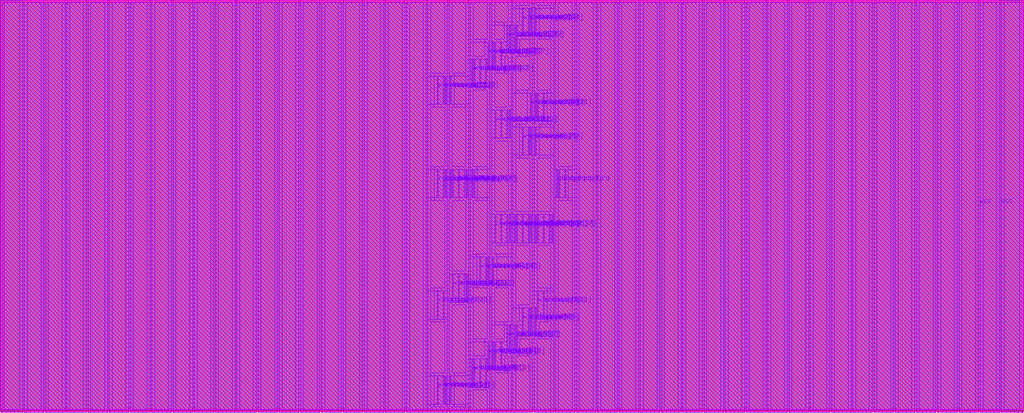
<source format=lef>
VERSION 5.8 ;
BUSBITCHARS "[]" ;
DIVIDERCHAR "/" ;

UNITS
  DATABASE MICRONS 4000 ;
END UNITS

PROPERTYDEFINITIONS
  MACRO hpml_layer STRING ;
  MACRO heml_layer STRING ;
END PROPERTYDEFINITIONS

MACRO arf030b256e1r1w0cbbeheaa4acw
  CLASS BLOCK ;
  FOREIGN arf030b256e1r1w0cbbeheaa4acw ;
  ORIGIN 0 0 ;
  SIZE 43.2 BY 17.28 ;
  PIN ckrdp0
    DIRECTION INPUT ;
    USE SIGNAL ;
    PORT
      LAYER m7 ;
        RECT 23.484 9 23.528 10.2 ;
    END
  END ckrdp0
  PIN ckwrp0
    DIRECTION INPUT ;
    USE SIGNAL ;
    PORT
      LAYER m7 ;
        RECT 20.872 7.08 20.916 8.28 ;
    END
  END ckwrp0
  PIN rdaddrp0[0]
    DIRECTION INPUT ;
    USE SIGNAL ;
    PORT
      LAYER m7 ;
        RECT 18.772 9 18.816 10.2 ;
    END
  END rdaddrp0[0]
  PIN rdaddrp0[1]
    DIRECTION INPUT ;
    USE SIGNAL ;
    PORT
      LAYER m7 ;
        RECT 18.984 9 19.028 10.2 ;
    END
  END rdaddrp0[1]
  PIN rdaddrp0[2]
    DIRECTION INPUT ;
    USE SIGNAL ;
    PORT
      LAYER m7 ;
        RECT 19.072 9 19.116 10.2 ;
    END
  END rdaddrp0[2]
  PIN rdaddrp0[3]
    DIRECTION INPUT ;
    USE SIGNAL ;
    PORT
      LAYER m7 ;
        RECT 19.328 9 19.372 10.2 ;
    END
  END rdaddrp0[3]
  PIN rdaddrp0[4]
    DIRECTION INPUT ;
    USE SIGNAL ;
    PORT
      LAYER m7 ;
        RECT 19.584 9 19.628 10.2 ;
    END
  END rdaddrp0[4]
  PIN rdaddrp0[5]
    DIRECTION INPUT ;
    USE SIGNAL ;
    PORT
      LAYER m7 ;
        RECT 19.672 9 19.716 10.2 ;
    END
  END rdaddrp0[5]
  PIN rdaddrp0[6]
    DIRECTION INPUT ;
    USE SIGNAL ;
    PORT
      LAYER m7 ;
        RECT 19.884 9 19.928 10.2 ;
    END
  END rdaddrp0[6]
  PIN rdaddrp0[7]
    DIRECTION INPUT ;
    USE SIGNAL ;
    PORT
      LAYER m7 ;
        RECT 19.972 9 20.016 10.2 ;
    END
  END rdaddrp0[7]
  PIN rdaddrp0_fd
    DIRECTION INPUT ;
    USE SIGNAL ;
    PORT
      LAYER m7 ;
        RECT 23.572 9 23.616 10.2 ;
    END
  END rdaddrp0_fd
  PIN rdaddrp0_rd
    DIRECTION INPUT ;
    USE SIGNAL ;
    PORT
      LAYER m7 ;
        RECT 23.828 9 23.872 10.2 ;
    END
  END rdaddrp0_rd
  PIN rdenp0
    DIRECTION INPUT ;
    USE SIGNAL ;
    PORT
      LAYER m7 ;
        RECT 18.428 9 18.472 10.2 ;
    END
  END rdenp0
  PIN sdl_initp0
    DIRECTION INPUT ;
    USE SIGNAL ;
    PORT
      LAYER m7 ;
        RECT 18.684 9 18.728 10.2 ;
    END
  END sdl_initp0
  PIN wraddrp0[0]
    DIRECTION INPUT ;
    USE SIGNAL ;
    PORT
      LAYER m7 ;
        RECT 22.028 7.08 22.072 8.28 ;
    END
  END wraddrp0[0]
  PIN wraddrp0[1]
    DIRECTION INPUT ;
    USE SIGNAL ;
    PORT
      LAYER m7 ;
        RECT 22.284 7.08 22.328 8.28 ;
    END
  END wraddrp0[1]
  PIN wraddrp0[2]
    DIRECTION INPUT ;
    USE SIGNAL ;
    PORT
      LAYER m7 ;
        RECT 22.372 7.08 22.416 8.28 ;
    END
  END wraddrp0[2]
  PIN wraddrp0[3]
    DIRECTION INPUT ;
    USE SIGNAL ;
    PORT
      LAYER m7 ;
        RECT 22.584 7.08 22.628 8.28 ;
    END
  END wraddrp0[3]
  PIN wraddrp0[4]
    DIRECTION INPUT ;
    USE SIGNAL ;
    PORT
      LAYER m7 ;
        RECT 22.672 7.08 22.716 8.28 ;
    END
  END wraddrp0[4]
  PIN wraddrp0[5]
    DIRECTION INPUT ;
    USE SIGNAL ;
    PORT
      LAYER m7 ;
        RECT 22.928 7.08 22.972 8.28 ;
    END
  END wraddrp0[5]
  PIN wraddrp0[6]
    DIRECTION INPUT ;
    USE SIGNAL ;
    PORT
      LAYER m7 ;
        RECT 23.184 7.08 23.228 8.28 ;
    END
  END wraddrp0[6]
  PIN wraddrp0[7]
    DIRECTION INPUT ;
    USE SIGNAL ;
    PORT
      LAYER m7 ;
        RECT 23.272 7.08 23.316 8.28 ;
    END
  END wraddrp0[7]
  PIN wraddrp0_fd
    DIRECTION INPUT ;
    USE SIGNAL ;
    PORT
      LAYER m7 ;
        RECT 21.128 7.08 21.172 8.28 ;
    END
  END wraddrp0_fd
  PIN wraddrp0_rd
    DIRECTION INPUT ;
    USE SIGNAL ;
    PORT
      LAYER m7 ;
        RECT 21.384 7.08 21.428 8.28 ;
    END
  END wraddrp0_rd
  PIN wrdatap0[0]
    DIRECTION INPUT ;
    USE SIGNAL ;
    PORT
      LAYER m7 ;
        RECT 18.428 0.24 18.472 1.44 ;
    END
  END wrdatap0[0]
  PIN wrdatap0[10]
    DIRECTION INPUT ;
    USE SIGNAL ;
    PORT
      LAYER m7 ;
        RECT 22.672 3.84 22.716 5.04 ;
    END
  END wrdatap0[10]
  PIN wrdatap0[11]
    DIRECTION INPUT ;
    USE SIGNAL ;
    PORT
      LAYER m7 ;
        RECT 22.928 3.84 22.972 5.04 ;
    END
  END wrdatap0[11]
  PIN wrdatap0[12]
    DIRECTION INPUT ;
    USE SIGNAL ;
    PORT
      LAYER m7 ;
        RECT 19.072 4.56 19.116 5.76 ;
    END
  END wrdatap0[12]
  PIN wrdatap0[13]
    DIRECTION INPUT ;
    USE SIGNAL ;
    PORT
      LAYER m7 ;
        RECT 19.328 4.56 19.372 5.76 ;
    END
  END wrdatap0[13]
  PIN wrdatap0[14]
    DIRECTION INPUT ;
    USE SIGNAL ;
    PORT
      LAYER m7 ;
        RECT 20.228 5.28 20.272 6.48 ;
    END
  END wrdatap0[14]
  PIN wrdatap0[15]
    DIRECTION INPUT ;
    USE SIGNAL ;
    PORT
      LAYER m7 ;
        RECT 20.484 5.28 20.528 6.48 ;
    END
  END wrdatap0[15]
  PIN wrdatap0[16]
    DIRECTION INPUT ;
    USE SIGNAL ;
    PORT
      LAYER m7 ;
        RECT 22.028 10.8 22.072 12 ;
    END
  END wrdatap0[16]
  PIN wrdatap0[17]
    DIRECTION INPUT ;
    USE SIGNAL ;
    PORT
      LAYER m7 ;
        RECT 22.284 10.8 22.328 12 ;
    END
  END wrdatap0[17]
  PIN wrdatap0[18]
    DIRECTION INPUT ;
    USE SIGNAL ;
    PORT
      LAYER m7 ;
        RECT 20.872 11.52 20.916 12.72 ;
    END
  END wrdatap0[18]
  PIN wrdatap0[19]
    DIRECTION INPUT ;
    USE SIGNAL ;
    PORT
      LAYER m7 ;
        RECT 21.128 11.52 21.172 12.72 ;
    END
  END wrdatap0[19]
  PIN wrdatap0[1]
    DIRECTION INPUT ;
    USE SIGNAL ;
    PORT
      LAYER m7 ;
        RECT 18.684 0.24 18.728 1.44 ;
    END
  END wrdatap0[1]
  PIN wrdatap0[20]
    DIRECTION INPUT ;
    USE SIGNAL ;
    PORT
      LAYER m7 ;
        RECT 22.372 12.24 22.416 13.44 ;
    END
  END wrdatap0[20]
  PIN wrdatap0[21]
    DIRECTION INPUT ;
    USE SIGNAL ;
    PORT
      LAYER m7 ;
        RECT 22.584 12.24 22.628 13.44 ;
    END
  END wrdatap0[21]
  PIN wrdatap0[22]
    DIRECTION INPUT ;
    USE SIGNAL ;
    PORT
      LAYER m7 ;
        RECT 18.428 12.96 18.472 14.16 ;
    END
  END wrdatap0[22]
  PIN wrdatap0[23]
    DIRECTION INPUT ;
    USE SIGNAL ;
    PORT
      LAYER m7 ;
        RECT 18.684 12.96 18.728 14.16 ;
    END
  END wrdatap0[23]
  PIN wrdatap0[24]
    DIRECTION INPUT ;
    USE SIGNAL ;
    PORT
      LAYER m7 ;
        RECT 19.884 13.68 19.928 14.88 ;
    END
  END wrdatap0[24]
  PIN wrdatap0[25]
    DIRECTION INPUT ;
    USE SIGNAL ;
    PORT
      LAYER m7 ;
        RECT 19.972 13.68 20.016 14.88 ;
    END
  END wrdatap0[25]
  PIN wrdatap0[26]
    DIRECTION INPUT ;
    USE SIGNAL ;
    PORT
      LAYER m7 ;
        RECT 20.572 14.4 20.616 15.6 ;
    END
  END wrdatap0[26]
  PIN wrdatap0[27]
    DIRECTION INPUT ;
    USE SIGNAL ;
    PORT
      LAYER m7 ;
        RECT 20.784 14.4 20.828 15.6 ;
    END
  END wrdatap0[27]
  PIN wrdatap0[28]
    DIRECTION INPUT ;
    USE SIGNAL ;
    PORT
      LAYER m7 ;
        RECT 21.384 15.12 21.428 16.32 ;
    END
  END wrdatap0[28]
  PIN wrdatap0[29]
    DIRECTION INPUT ;
    USE SIGNAL ;
    PORT
      LAYER m7 ;
        RECT 21.472 15.12 21.516 16.32 ;
    END
  END wrdatap0[29]
  PIN wrdatap0[2]
    DIRECTION INPUT ;
    USE SIGNAL ;
    PORT
      LAYER m7 ;
        RECT 19.884 0.96 19.928 2.16 ;
    END
  END wrdatap0[2]
  PIN wrdatap0[30]
    DIRECTION INPUT ;
    USE SIGNAL ;
    PORT
      LAYER m7 ;
        RECT 22.028 15.84 22.072 17.04 ;
    END
  END wrdatap0[30]
  PIN wrdatap0[31]
    DIRECTION INPUT ;
    USE SIGNAL ;
    PORT
      LAYER m7 ;
        RECT 22.284 15.84 22.328 17.04 ;
    END
  END wrdatap0[31]
  PIN wrdatap0[3]
    DIRECTION INPUT ;
    USE SIGNAL ;
    PORT
      LAYER m7 ;
        RECT 19.972 0.96 20.016 2.16 ;
    END
  END wrdatap0[3]
  PIN wrdatap0[4]
    DIRECTION INPUT ;
    USE SIGNAL ;
    PORT
      LAYER m7 ;
        RECT 20.572 1.68 20.616 2.88 ;
    END
  END wrdatap0[4]
  PIN wrdatap0[5]
    DIRECTION INPUT ;
    USE SIGNAL ;
    PORT
      LAYER m7 ;
        RECT 20.784 1.68 20.828 2.88 ;
    END
  END wrdatap0[5]
  PIN wrdatap0[6]
    DIRECTION INPUT ;
    USE SIGNAL ;
    PORT
      LAYER m7 ;
        RECT 21.384 2.4 21.428 3.6 ;
    END
  END wrdatap0[6]
  PIN wrdatap0[7]
    DIRECTION INPUT ;
    USE SIGNAL ;
    PORT
      LAYER m7 ;
        RECT 21.472 2.4 21.516 3.6 ;
    END
  END wrdatap0[7]
  PIN wrdatap0[8]
    DIRECTION INPUT ;
    USE SIGNAL ;
    PORT
      LAYER m7 ;
        RECT 22.028 3.12 22.072 4.32 ;
    END
  END wrdatap0[8]
  PIN wrdatap0[9]
    DIRECTION INPUT ;
    USE SIGNAL ;
    PORT
      LAYER m7 ;
        RECT 22.284 3.12 22.328 4.32 ;
    END
  END wrdatap0[9]
  PIN wrdatap0_fd
    DIRECTION INPUT ;
    USE SIGNAL ;
    PORT
      LAYER m7 ;
        RECT 21.684 7.08 21.728 8.28 ;
    END
  END wrdatap0_fd
  PIN wrdatap0_rd
    DIRECTION INPUT ;
    USE SIGNAL ;
    PORT
      LAYER m7 ;
        RECT 21.772 7.08 21.816 8.28 ;
    END
  END wrdatap0_rd
  PIN wrenp0
    DIRECTION INPUT ;
    USE SIGNAL ;
    PORT
      LAYER m7 ;
        RECT 21.472 7.08 21.516 8.28 ;
    END
  END wrenp0
  PIN rddatap0[0]
    DIRECTION OUTPUT ;
    USE SIGNAL ;
    PORT
      LAYER m7 ;
        RECT 18.772 0.24 18.816 1.44 ;
    END
  END rddatap0[0]
  PIN rddatap0[10]
    DIRECTION OUTPUT ;
    USE SIGNAL ;
    PORT
      LAYER m7 ;
        RECT 18.428 3.84 18.472 5.04 ;
    END
  END rddatap0[10]
  PIN rddatap0[11]
    DIRECTION OUTPUT ;
    USE SIGNAL ;
    PORT
      LAYER m7 ;
        RECT 18.684 3.84 18.728 5.04 ;
    END
  END rddatap0[11]
  PIN rddatap0[12]
    DIRECTION OUTPUT ;
    USE SIGNAL ;
    PORT
      LAYER m7 ;
        RECT 19.584 4.56 19.628 5.76 ;
    END
  END rddatap0[12]
  PIN rddatap0[13]
    DIRECTION OUTPUT ;
    USE SIGNAL ;
    PORT
      LAYER m7 ;
        RECT 19.672 4.56 19.716 5.76 ;
    END
  END rddatap0[13]
  PIN rddatap0[14]
    DIRECTION OUTPUT ;
    USE SIGNAL ;
    PORT
      LAYER m7 ;
        RECT 20.572 5.28 20.616 6.48 ;
    END
  END rddatap0[14]
  PIN rddatap0[15]
    DIRECTION OUTPUT ;
    USE SIGNAL ;
    PORT
      LAYER m7 ;
        RECT 20.784 5.28 20.828 6.48 ;
    END
  END rddatap0[15]
  PIN rddatap0[16]
    DIRECTION OUTPUT ;
    USE SIGNAL ;
    PORT
      LAYER m7 ;
        RECT 22.372 10.8 22.416 12 ;
    END
  END rddatap0[16]
  PIN rddatap0[17]
    DIRECTION OUTPUT ;
    USE SIGNAL ;
    PORT
      LAYER m7 ;
        RECT 22.584 10.8 22.628 12 ;
    END
  END rddatap0[17]
  PIN rddatap0[18]
    DIRECTION OUTPUT ;
    USE SIGNAL ;
    PORT
      LAYER m7 ;
        RECT 21.384 11.52 21.428 12.72 ;
    END
  END rddatap0[18]
  PIN rddatap0[19]
    DIRECTION OUTPUT ;
    USE SIGNAL ;
    PORT
      LAYER m7 ;
        RECT 21.472 11.52 21.516 12.72 ;
    END
  END rddatap0[19]
  PIN rddatap0[1]
    DIRECTION OUTPUT ;
    USE SIGNAL ;
    PORT
      LAYER m7 ;
        RECT 18.984 0.24 19.028 1.44 ;
    END
  END rddatap0[1]
  PIN rddatap0[20]
    DIRECTION OUTPUT ;
    USE SIGNAL ;
    PORT
      LAYER m7 ;
        RECT 22.672 12.24 22.716 13.44 ;
    END
  END rddatap0[20]
  PIN rddatap0[21]
    DIRECTION OUTPUT ;
    USE SIGNAL ;
    PORT
      LAYER m7 ;
        RECT 22.928 12.24 22.972 13.44 ;
    END
  END rddatap0[21]
  PIN rddatap0[22]
    DIRECTION OUTPUT ;
    USE SIGNAL ;
    PORT
      LAYER m7 ;
        RECT 18.772 12.96 18.816 14.16 ;
    END
  END rddatap0[22]
  PIN rddatap0[23]
    DIRECTION OUTPUT ;
    USE SIGNAL ;
    PORT
      LAYER m7 ;
        RECT 18.984 12.96 19.028 14.16 ;
    END
  END rddatap0[23]
  PIN rddatap0[24]
    DIRECTION OUTPUT ;
    USE SIGNAL ;
    PORT
      LAYER m7 ;
        RECT 20.228 13.68 20.272 14.88 ;
    END
  END rddatap0[24]
  PIN rddatap0[25]
    DIRECTION OUTPUT ;
    USE SIGNAL ;
    PORT
      LAYER m7 ;
        RECT 20.484 13.68 20.528 14.88 ;
    END
  END rddatap0[25]
  PIN rddatap0[26]
    DIRECTION OUTPUT ;
    USE SIGNAL ;
    PORT
      LAYER m7 ;
        RECT 20.872 14.4 20.916 15.6 ;
    END
  END rddatap0[26]
  PIN rddatap0[27]
    DIRECTION OUTPUT ;
    USE SIGNAL ;
    PORT
      LAYER m7 ;
        RECT 21.128 14.4 21.172 15.6 ;
    END
  END rddatap0[27]
  PIN rddatap0[28]
    DIRECTION OUTPUT ;
    USE SIGNAL ;
    PORT
      LAYER m7 ;
        RECT 21.684 15.12 21.728 16.32 ;
    END
  END rddatap0[28]
  PIN rddatap0[29]
    DIRECTION OUTPUT ;
    USE SIGNAL ;
    PORT
      LAYER m7 ;
        RECT 21.772 15.12 21.816 16.32 ;
    END
  END rddatap0[29]
  PIN rddatap0[2]
    DIRECTION OUTPUT ;
    USE SIGNAL ;
    PORT
      LAYER m7 ;
        RECT 20.228 0.96 20.272 2.16 ;
    END
  END rddatap0[2]
  PIN rddatap0[30]
    DIRECTION OUTPUT ;
    USE SIGNAL ;
    PORT
      LAYER m7 ;
        RECT 22.372 15.84 22.416 17.04 ;
    END
  END rddatap0[30]
  PIN rddatap0[31]
    DIRECTION OUTPUT ;
    USE SIGNAL ;
    PORT
      LAYER m7 ;
        RECT 22.584 15.84 22.628 17.04 ;
    END
  END rddatap0[31]
  PIN rddatap0[3]
    DIRECTION OUTPUT ;
    USE SIGNAL ;
    PORT
      LAYER m7 ;
        RECT 20.484 0.96 20.528 2.16 ;
    END
  END rddatap0[3]
  PIN rddatap0[4]
    DIRECTION OUTPUT ;
    USE SIGNAL ;
    PORT
      LAYER m7 ;
        RECT 20.872 1.68 20.916 2.88 ;
    END
  END rddatap0[4]
  PIN rddatap0[5]
    DIRECTION OUTPUT ;
    USE SIGNAL ;
    PORT
      LAYER m7 ;
        RECT 21.128 1.68 21.172 2.88 ;
    END
  END rddatap0[5]
  PIN rddatap0[6]
    DIRECTION OUTPUT ;
    USE SIGNAL ;
    PORT
      LAYER m7 ;
        RECT 21.684 2.4 21.728 3.6 ;
    END
  END rddatap0[6]
  PIN rddatap0[7]
    DIRECTION OUTPUT ;
    USE SIGNAL ;
    PORT
      LAYER m7 ;
        RECT 21.772 2.4 21.816 3.6 ;
    END
  END rddatap0[7]
  PIN rddatap0[8]
    DIRECTION OUTPUT ;
    USE SIGNAL ;
    PORT
      LAYER m7 ;
        RECT 22.372 3.12 22.416 4.32 ;
    END
  END rddatap0[8]
  PIN rddatap0[9]
    DIRECTION OUTPUT ;
    USE SIGNAL ;
    PORT
      LAYER m7 ;
        RECT 22.584 3.12 22.628 4.32 ;
    END
  END rddatap0[9]
  PIN vcc
    DIRECTION INPUT ;
    USE POWER ;
    PORT
      LAYER m7 ;
        RECT 0.862 0.06 0.938 17.22 ;
        RECT 2.662 0.06 2.738 17.22 ;
        RECT 4.462 0.06 4.538 17.22 ;
        RECT 6.262 0.06 6.338 17.22 ;
        RECT 8.062 0.06 8.138 17.22 ;
        RECT 9.862 0.06 9.938 17.22 ;
        RECT 11.662 0.06 11.738 17.22 ;
        RECT 13.462 0.06 13.538 17.22 ;
        RECT 15.262 0.06 15.338 17.22 ;
        RECT 17.062 0.06 17.138 17.22 ;
        RECT 18.862 0.06 18.938 17.22 ;
        RECT 20.662 0.06 20.738 17.22 ;
        RECT 22.462 0.06 22.538 17.22 ;
        RECT 24.262 0.06 24.338 17.22 ;
        RECT 26.062 0.06 26.138 17.22 ;
        RECT 27.862 0.06 27.938 17.22 ;
        RECT 29.662 0.06 29.738 17.22 ;
        RECT 31.462 0.06 31.538 17.22 ;
        RECT 33.262 0.06 33.338 17.22 ;
        RECT 35.062 0.06 35.138 17.22 ;
        RECT 36.862 0.06 36.938 17.22 ;
        RECT 38.662 0.06 38.738 17.22 ;
        RECT 40.462 0.06 40.538 17.22 ;
        RECT 42.262 0.06 42.338 17.22 ;
    END
  END vcc
  PIN vss
    DIRECTION INOUT ;
    USE GROUND ;
    PORT
      LAYER m7 ;
        RECT 1.762 0.06 1.838 17.22 ;
        RECT 3.562 0.06 3.638 17.22 ;
        RECT 5.362 0.06 5.438 17.22 ;
        RECT 7.162 0.06 7.238 17.22 ;
        RECT 8.962 0.06 9.038 17.22 ;
        RECT 10.762 0.06 10.838 17.22 ;
        RECT 12.562 0.06 12.638 17.22 ;
        RECT 14.362 0.06 14.438 17.22 ;
        RECT 16.162 0.06 16.238 17.22 ;
        RECT 17.962 0.06 18.038 17.22 ;
        RECT 19.762 0.06 19.838 17.22 ;
        RECT 21.562 0.06 21.638 17.22 ;
        RECT 23.362 0.06 23.438 17.22 ;
        RECT 25.162 0.06 25.238 17.22 ;
        RECT 26.962 0.06 27.038 17.22 ;
        RECT 28.762 0.06 28.838 17.22 ;
        RECT 30.562 0.06 30.638 17.22 ;
        RECT 32.362 0.06 32.438 17.22 ;
        RECT 34.162 0.06 34.238 17.22 ;
        RECT 35.962 0.06 36.038 17.22 ;
        RECT 37.762 0.06 37.838 17.22 ;
        RECT 39.562 0.06 39.638 17.22 ;
        RECT 41.362 0.06 41.438 17.22 ;
    END
  END vss
  OBS
    LAYER m0 SPACING 0 ;
      RECT -0.016 -0.014 43.216 17.294 ;
    LAYER m1 SPACING 0 ;
      RECT -0.02 -0.02 43.22 17.3 ;
    LAYER m2 SPACING 0 ;
      RECT -0.0705 -0.038 43.2705 17.318 ;
    LAYER m3 SPACING 0 ;
      RECT -0.035 -0.07 43.235 17.35 ;
    LAYER m4 SPACING 0 ;
      RECT -0.07 -0.038 43.27 17.318 ;
    LAYER m5 SPACING 0 ;
      RECT -0.059 -0.09 43.259 17.37 ;
    LAYER m6 SPACING 0 ;
      RECT -0.09 -0.062 43.29 17.342 ;
    LAYER m7 SPACING 0 ;
      RECT 42.338 17.34 43.24 17.4 ;
      RECT 42.338 -0.06 43.292 17.34 ;
      RECT 42.338 -0.12 43.24 -0.06 ;
      RECT 41.438 -0.12 42.262 17.4 ;
      RECT 40.538 -0.12 41.362 17.4 ;
      RECT 39.638 -0.12 40.462 17.4 ;
      RECT 38.738 -0.12 39.562 17.4 ;
      RECT 37.838 -0.12 38.662 17.4 ;
      RECT 36.938 -0.12 37.762 17.4 ;
      RECT 36.038 -0.12 36.862 17.4 ;
      RECT 35.138 -0.12 35.962 17.4 ;
      RECT 34.238 -0.12 35.062 17.4 ;
      RECT 33.338 -0.12 34.162 17.4 ;
      RECT 32.438 -0.12 33.262 17.4 ;
      RECT 31.538 -0.12 32.362 17.4 ;
      RECT 30.638 -0.12 31.462 17.4 ;
      RECT 29.738 -0.12 30.562 17.4 ;
      RECT 28.838 -0.12 29.662 17.4 ;
      RECT 27.938 -0.12 28.762 17.4 ;
      RECT 27.038 -0.12 27.862 17.4 ;
      RECT 26.138 -0.12 26.962 17.4 ;
      RECT 25.238 -0.12 26.062 17.4 ;
      RECT 24.338 -0.12 25.162 17.4 ;
      RECT 23.438 10.2 24.262 17.4 ;
      RECT 23.438 9 23.484 10.2 ;
      RECT 23.528 9 23.572 10.2 ;
      RECT 23.616 9 23.828 10.2 ;
      RECT 23.872 9 24.262 10.2 ;
      RECT 23.438 -0.12 24.262 9 ;
      RECT 22.538 17.04 23.362 17.4 ;
      RECT 22.538 15.84 22.584 17.04 ;
      RECT 22.628 15.84 23.362 17.04 ;
      RECT 22.538 13.44 23.362 15.84 ;
      RECT 22.538 12.24 22.584 13.44 ;
      RECT 22.628 12.24 22.672 13.44 ;
      RECT 22.716 12.24 22.928 13.44 ;
      RECT 22.972 12.24 23.362 13.44 ;
      RECT 22.538 12 23.362 12.24 ;
      RECT 22.538 10.8 22.584 12 ;
      RECT 22.628 10.8 23.362 12 ;
      RECT 22.538 8.28 23.362 10.8 ;
      RECT 22.538 7.08 22.584 8.28 ;
      RECT 22.628 7.08 22.672 8.28 ;
      RECT 22.716 7.08 22.928 8.28 ;
      RECT 22.972 7.08 23.184 8.28 ;
      RECT 23.228 7.08 23.272 8.28 ;
      RECT 23.316 7.08 23.362 8.28 ;
      RECT 22.538 5.04 23.362 7.08 ;
      RECT 22.538 4.32 22.672 5.04 ;
      RECT 22.716 3.84 22.928 5.04 ;
      RECT 22.972 3.84 23.362 5.04 ;
      RECT 22.628 3.84 22.672 4.32 ;
      RECT 22.538 3.12 22.584 4.32 ;
      RECT 22.628 3.12 23.362 3.84 ;
      RECT 22.538 -0.12 23.362 3.12 ;
      RECT 21.638 17.04 22.462 17.4 ;
      RECT 21.638 16.32 22.028 17.04 ;
      RECT 22.072 15.84 22.284 17.04 ;
      RECT 22.328 15.84 22.372 17.04 ;
      RECT 22.416 15.84 22.462 17.04 ;
      RECT 21.816 15.84 22.028 16.32 ;
      RECT 21.638 15.12 21.684 16.32 ;
      RECT 21.728 15.12 21.772 16.32 ;
      RECT 21.816 15.12 22.462 15.84 ;
      RECT 21.638 13.44 22.462 15.12 ;
      RECT 21.638 12.24 22.372 13.44 ;
      RECT 22.416 12.24 22.462 13.44 ;
      RECT 21.638 12 22.462 12.24 ;
      RECT 21.638 10.8 22.028 12 ;
      RECT 22.072 10.8 22.284 12 ;
      RECT 22.328 10.8 22.372 12 ;
      RECT 22.416 10.8 22.462 12 ;
      RECT 21.638 8.28 22.462 10.8 ;
      RECT 21.638 7.08 21.684 8.28 ;
      RECT 21.728 7.08 21.772 8.28 ;
      RECT 21.816 7.08 22.028 8.28 ;
      RECT 22.072 7.08 22.284 8.28 ;
      RECT 22.328 7.08 22.372 8.28 ;
      RECT 22.416 7.08 22.462 8.28 ;
      RECT 21.638 4.32 22.462 7.08 ;
      RECT 21.638 3.6 22.028 4.32 ;
      RECT 22.072 3.12 22.284 4.32 ;
      RECT 22.328 3.12 22.372 4.32 ;
      RECT 22.416 3.12 22.462 4.32 ;
      RECT 21.816 3.12 22.028 3.6 ;
      RECT 21.638 2.4 21.684 3.6 ;
      RECT 21.728 2.4 21.772 3.6 ;
      RECT 21.816 2.4 22.462 3.12 ;
      RECT 21.638 -0.12 22.462 2.4 ;
      RECT 20.738 16.32 21.562 17.4 ;
      RECT 20.738 15.6 21.384 16.32 ;
      RECT 21.428 15.12 21.472 16.32 ;
      RECT 21.516 15.12 21.562 16.32 ;
      RECT 21.172 15.12 21.384 15.6 ;
      RECT 20.738 14.4 20.784 15.6 ;
      RECT 20.828 14.4 20.872 15.6 ;
      RECT 20.916 14.4 21.128 15.6 ;
      RECT 21.172 14.4 21.562 15.12 ;
      RECT 20.738 12.72 21.562 14.4 ;
      RECT 20.738 11.52 20.872 12.72 ;
      RECT 20.916 11.52 21.128 12.72 ;
      RECT 21.172 11.52 21.384 12.72 ;
      RECT 21.428 11.52 21.472 12.72 ;
      RECT 21.516 11.52 21.562 12.72 ;
      RECT 20.738 8.28 21.562 11.52 ;
      RECT 20.738 7.08 20.872 8.28 ;
      RECT 20.916 7.08 21.128 8.28 ;
      RECT 21.172 7.08 21.384 8.28 ;
      RECT 21.428 7.08 21.472 8.28 ;
      RECT 21.516 7.08 21.562 8.28 ;
      RECT 20.738 6.48 21.562 7.08 ;
      RECT 20.738 5.28 20.784 6.48 ;
      RECT 20.828 5.28 21.562 6.48 ;
      RECT 20.738 3.6 21.562 5.28 ;
      RECT 20.738 2.88 21.384 3.6 ;
      RECT 21.428 2.4 21.472 3.6 ;
      RECT 21.516 2.4 21.562 3.6 ;
      RECT 21.172 2.4 21.384 2.88 ;
      RECT 20.738 1.68 20.784 2.88 ;
      RECT 20.828 1.68 20.872 2.88 ;
      RECT 20.916 1.68 21.128 2.88 ;
      RECT 21.172 1.68 21.562 2.4 ;
      RECT 20.738 -0.12 21.562 1.68 ;
      RECT 19.838 15.6 20.662 17.4 ;
      RECT 19.838 14.88 20.572 15.6 ;
      RECT 20.616 14.4 20.662 15.6 ;
      RECT 20.528 14.4 20.572 14.88 ;
      RECT 19.838 13.68 19.884 14.88 ;
      RECT 19.928 13.68 19.972 14.88 ;
      RECT 20.016 13.68 20.228 14.88 ;
      RECT 20.272 13.68 20.484 14.88 ;
      RECT 20.528 13.68 20.662 14.4 ;
      RECT 19.838 10.2 20.662 13.68 ;
      RECT 19.838 9 19.884 10.2 ;
      RECT 19.928 9 19.972 10.2 ;
      RECT 20.016 9 20.662 10.2 ;
      RECT 19.838 6.48 20.662 9 ;
      RECT 19.838 5.28 20.228 6.48 ;
      RECT 20.272 5.28 20.484 6.48 ;
      RECT 20.528 5.28 20.572 6.48 ;
      RECT 20.616 5.28 20.662 6.48 ;
      RECT 19.838 2.88 20.662 5.28 ;
      RECT 19.838 2.16 20.572 2.88 ;
      RECT 20.616 1.68 20.662 2.88 ;
      RECT 20.528 1.68 20.572 2.16 ;
      RECT 19.838 0.96 19.884 2.16 ;
      RECT 19.928 0.96 19.972 2.16 ;
      RECT 20.016 0.96 20.228 2.16 ;
      RECT 20.272 0.96 20.484 2.16 ;
      RECT 20.528 0.96 20.662 1.68 ;
      RECT 19.838 -0.12 20.662 0.96 ;
      RECT 18.938 14.16 19.762 17.4 ;
      RECT 18.938 12.96 18.984 14.16 ;
      RECT 19.028 12.96 19.762 14.16 ;
      RECT 18.938 10.2 19.762 12.96 ;
      RECT 18.938 9 18.984 10.2 ;
      RECT 19.028 9 19.072 10.2 ;
      RECT 19.116 9 19.328 10.2 ;
      RECT 19.372 9 19.584 10.2 ;
      RECT 19.628 9 19.672 10.2 ;
      RECT 19.716 9 19.762 10.2 ;
      RECT 18.938 5.76 19.762 9 ;
      RECT 18.938 4.56 19.072 5.76 ;
      RECT 19.116 4.56 19.328 5.76 ;
      RECT 19.372 4.56 19.584 5.76 ;
      RECT 19.628 4.56 19.672 5.76 ;
      RECT 19.716 4.56 19.762 5.76 ;
      RECT 18.938 1.44 19.762 4.56 ;
      RECT 18.938 0.24 18.984 1.44 ;
      RECT 19.028 0.24 19.762 1.44 ;
      RECT 18.938 -0.12 19.762 0.24 ;
      RECT 18.038 14.16 18.862 17.4 ;
      RECT 18.038 12.96 18.428 14.16 ;
      RECT 18.472 12.96 18.684 14.16 ;
      RECT 18.728 12.96 18.772 14.16 ;
      RECT 18.816 12.96 18.862 14.16 ;
      RECT 18.038 10.2 18.862 12.96 ;
      RECT 18.038 9 18.428 10.2 ;
      RECT 18.472 9 18.684 10.2 ;
      RECT 18.728 9 18.772 10.2 ;
      RECT 18.816 9 18.862 10.2 ;
      RECT 18.038 5.04 18.862 9 ;
      RECT 18.038 3.84 18.428 5.04 ;
      RECT 18.472 3.84 18.684 5.04 ;
      RECT 18.728 3.84 18.862 5.04 ;
      RECT 18.038 1.44 18.862 3.84 ;
      RECT 18.038 0.24 18.428 1.44 ;
      RECT 18.472 0.24 18.684 1.44 ;
      RECT 18.728 0.24 18.772 1.44 ;
      RECT 18.816 0.24 18.862 1.44 ;
      RECT 18.038 -0.12 18.862 0.24 ;
      RECT 17.138 -0.12 17.962 17.4 ;
      RECT 16.238 -0.12 17.062 17.4 ;
      RECT 15.338 -0.12 16.162 17.4 ;
      RECT 14.438 -0.12 15.262 17.4 ;
      RECT 13.538 -0.12 14.362 17.4 ;
      RECT 12.638 -0.12 13.462 17.4 ;
      RECT 11.738 -0.12 12.562 17.4 ;
      RECT 10.838 -0.12 11.662 17.4 ;
      RECT 9.938 -0.12 10.762 17.4 ;
      RECT 9.038 -0.12 9.862 17.4 ;
      RECT 8.138 -0.12 8.962 17.4 ;
      RECT 7.238 -0.12 8.062 17.4 ;
      RECT 6.338 -0.12 7.162 17.4 ;
      RECT 5.438 -0.12 6.262 17.4 ;
      RECT 4.538 -0.12 5.362 17.4 ;
      RECT 3.638 -0.12 4.462 17.4 ;
      RECT 2.738 -0.12 3.562 17.4 ;
      RECT 1.838 -0.12 2.662 17.4 ;
      RECT 0.938 -0.12 1.762 17.4 ;
      RECT -0.04 17.34 0.862 17.4 ;
      RECT -0.092 -0.06 0.862 17.34 ;
      RECT -0.04 -0.12 0.862 -0.06 ;
    LAYER m7 ;
      RECT 42.458 0 43.12 17.28 ;
      RECT 41.558 0 42.142 17.28 ;
      RECT 40.658 0 41.242 17.28 ;
      RECT 39.758 0 40.342 17.28 ;
      RECT 38.858 0 39.442 17.28 ;
      RECT 37.958 0 38.542 17.28 ;
      RECT 37.058 0 37.642 17.28 ;
      RECT 36.158 0 36.742 17.28 ;
      RECT 35.258 0 35.842 17.28 ;
      RECT 34.358 0 34.942 17.28 ;
      RECT 33.458 0 34.042 17.28 ;
      RECT 32.558 0 33.142 17.28 ;
      RECT 31.658 0 32.242 17.28 ;
      RECT 30.758 0 31.342 17.28 ;
      RECT 29.858 0 30.442 17.28 ;
      RECT 28.958 0 29.542 17.28 ;
      RECT 28.058 0 28.642 17.28 ;
      RECT 27.158 0 27.742 17.28 ;
      RECT 26.258 0 26.842 17.28 ;
      RECT 25.358 0 25.942 17.28 ;
      RECT 24.458 0 25.042 17.28 ;
      RECT 23.558 10.32 24.142 17.28 ;
      RECT 23.992 8.88 24.142 10.32 ;
      RECT 23.558 0 24.142 8.88 ;
      RECT 22.658 17.16 23.242 17.28 ;
      RECT 22.748 15.72 23.242 17.16 ;
      RECT 22.658 13.56 23.242 15.72 ;
      RECT 23.092 12.12 23.242 13.56 ;
      RECT 22.748 10.68 23.242 12.12 ;
      RECT 22.658 8.4 23.242 10.68 ;
      RECT 21.758 17.16 22.342 17.28 ;
      RECT 21.758 16.44 21.908 17.16 ;
      RECT 20.858 16.44 21.442 17.28 ;
      RECT 20.858 15.72 21.264 16.44 ;
      RECT 19.958 15.72 20.542 17.28 ;
      RECT 19.958 15 20.452 15.72 ;
      RECT 19.058 14.28 19.642 17.28 ;
      RECT 19.148 12.84 19.642 14.28 ;
      RECT 19.058 10.32 19.642 12.84 ;
      RECT 18.158 14.28 18.742 17.28 ;
      RECT 18.158 12.84 18.308 14.28 ;
      RECT 18.158 10.32 18.742 12.84 ;
      RECT 18.158 8.88 18.308 10.32 ;
      RECT 18.158 5.16 18.742 8.88 ;
      RECT 18.158 3.72 18.308 5.16 ;
      RECT 18.158 1.56 18.742 3.72 ;
      RECT 18.158 0.12 18.308 1.56 ;
      RECT 18.158 0 18.742 0.12 ;
      RECT 17.258 0 17.842 17.28 ;
      RECT 16.358 0 16.942 17.28 ;
      RECT 15.458 0 16.042 17.28 ;
      RECT 14.558 0 15.142 17.28 ;
      RECT 13.658 0 14.242 17.28 ;
      RECT 12.758 0 13.342 17.28 ;
      RECT 11.858 0 12.442 17.28 ;
      RECT 10.958 0 11.542 17.28 ;
      RECT 10.058 0 10.642 17.28 ;
      RECT 9.158 0 9.742 17.28 ;
      RECT 8.258 0 8.842 17.28 ;
      RECT 7.358 0 7.942 17.28 ;
      RECT 6.458 0 7.042 17.28 ;
      RECT 5.558 0 6.142 17.28 ;
      RECT 4.658 0 5.242 17.28 ;
      RECT 3.758 0 4.342 17.28 ;
      RECT 2.858 0 3.442 17.28 ;
      RECT 1.958 0 2.542 17.28 ;
      RECT 1.058 0 1.642 17.28 ;
      RECT 0.08 0 0.742 17.28 ;
      RECT 21.936 15 22.342 15.72 ;
      RECT 21.758 13.56 22.342 15 ;
      RECT 21.758 12.12 22.252 13.56 ;
      RECT 21.758 10.68 21.908 12.12 ;
      RECT 21.758 8.4 22.342 10.68 ;
      RECT 21.292 14.28 21.442 15 ;
      RECT 20.858 12.84 21.442 14.28 ;
      RECT 19.958 10.32 20.542 13.56 ;
      RECT 20.136 8.88 20.542 10.32 ;
      RECT 19.958 6.6 20.542 8.88 ;
      RECT 19.958 5.16 20.108 6.6 ;
      RECT 19.958 3 20.542 5.16 ;
      RECT 19.958 2.28 20.452 3 ;
      RECT 20.858 8.4 21.442 11.4 ;
      RECT 19.058 5.88 19.642 8.88 ;
      RECT 22.658 5.16 23.242 6.96 ;
      RECT 23.092 3.72 23.242 5.16 ;
      RECT 22.748 3 23.242 3.72 ;
      RECT 22.658 0 23.242 3 ;
      RECT 21.758 4.44 22.342 6.96 ;
      RECT 21.758 3.72 21.908 4.44 ;
      RECT 20.858 6.6 21.442 6.96 ;
      RECT 20.948 5.16 21.442 6.6 ;
      RECT 20.858 3.72 21.442 5.16 ;
      RECT 20.858 3 21.264 3.72 ;
      RECT 19.058 1.56 19.642 4.44 ;
      RECT 19.148 0.12 19.642 1.56 ;
      RECT 19.058 0 19.642 0.12 ;
      RECT 21.936 2.28 22.342 3 ;
      RECT 21.758 0 22.342 2.28 ;
      RECT 21.292 1.56 21.442 2.28 ;
      RECT 20.858 0 21.442 1.56 ;
      RECT 19.958 0 20.542 0.84 ;
    LAYER m0 ;
      RECT 0 0.002 43.2 17.278 ;
    LAYER m1 ;
      RECT 0 0 43.2 17.28 ;
    LAYER m2 ;
      RECT 0 0.015 43.2 17.265 ;
    LAYER m3 ;
      RECT 0.015 0 43.185 17.28 ;
    LAYER m4 ;
      RECT 0 0.02 43.2 17.26 ;
    LAYER m5 ;
      RECT 0.012 0 43.188 17.28 ;
    LAYER m6 ;
      RECT 0 0.012 43.2 17.268 ;
  END
  PROPERTY hpml_layer "7" ;
  PROPERTY heml_layer "7" ;
END arf030b256e1r1w0cbbeheaa4acw

END LIBRARY

</source>
